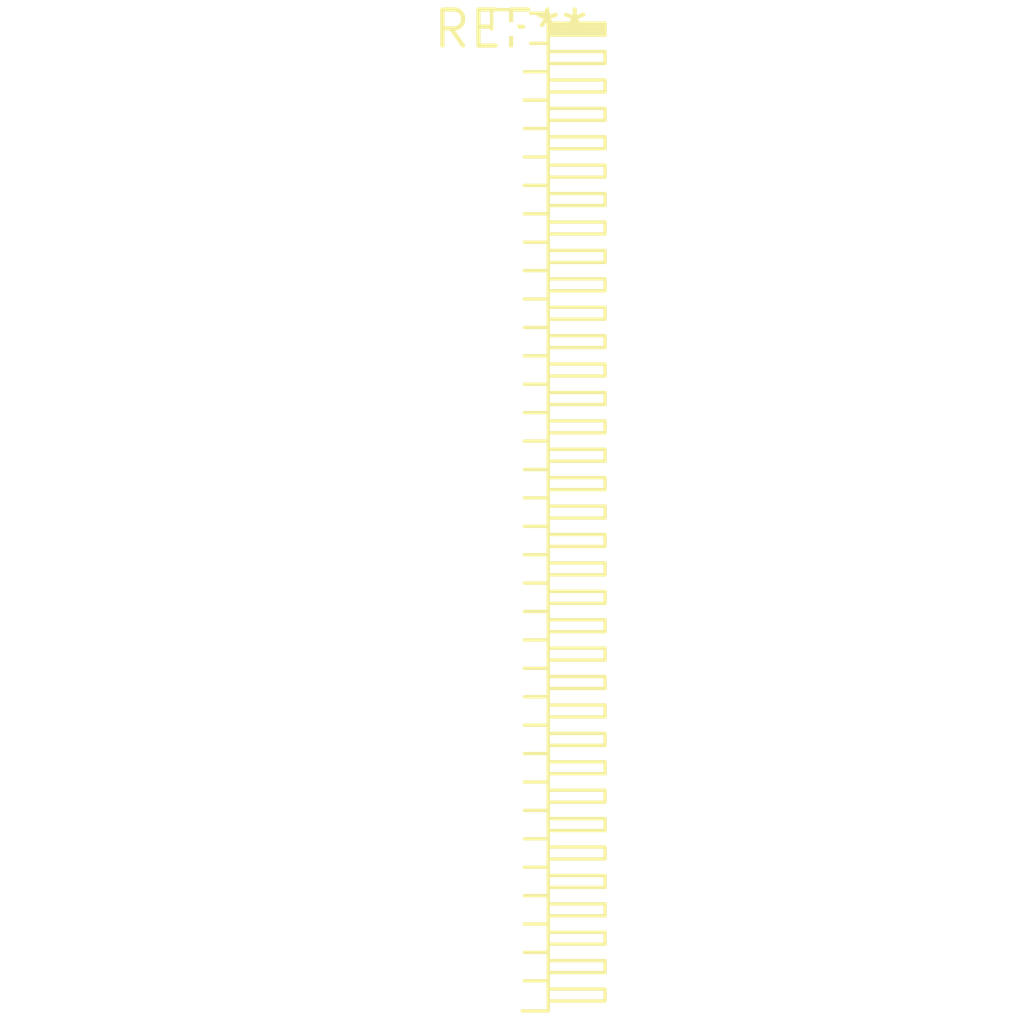
<source format=kicad_pcb>
(kicad_pcb (version 20240108) (generator pcbnew)
  (layers (0 "F.Cu" signal) (31 "B.Cu" signal) (34 "B.Paste" user) (35 "F.Paste" user) (36 "B.SilkS" user "B.Silkscreen") (37 "F.SilkS" user "F.Silkscreen") (38 "B.Mask" user) (39 "F.Mask" user) (44 "Edge.Cuts" user))
  (net 0 "")
  (footprint "PinHeader_1x35_P1.00mm_Horizontal" (layer "F.Cu") (at 0 0)
    (property "Reference" "REF**")
    (property "Value" "PinHeader_1x35_P1.00mm_Horizontal")
    (fp_line (start -0.685 -0.685) (end 0 -0.685) (layer "F.SilkS") (stroke (width 0.12)))
    (fp_line (start -0.685 0) (end -0.685 -0.685) (layer "F.SilkS") (stroke (width 0.12)))
    (fp_line (start 0.468215 1.5) (end 1.31 1.5) (layer "F.SilkS") (stroke (width 0.12)))
    (fp_line (start 0.468215 2.5) (end 1.31 2.5) (layer "F.SilkS") (stroke (width 0.12)))
    (fp_line (start 0.468215 3.5) (end 1.31 3.5) (layer "F.SilkS") (stroke (width 0.12)))
    (fp_line (start 0.468215 4.5) (end 1.31 4.5) (layer "F.SilkS") (stroke (width 0.12)))
    (fp_line (start 0.468215 5.5) (end 1.31 5.5) (layer "F.SilkS") (stroke (width 0.12)))
    (fp_line (start 0.468215 6.5) (end 1.31 6.5) (layer "F.SilkS") (stroke (width 0.12)))
    (fp_line (start 0.468215 7.5) (end 1.31 7.5) (layer "F.SilkS") (stroke (width 0.12)))
    (fp_line (start 0.468215 8.5) (end 1.31 8.5) (layer "F.SilkS") (stroke (width 0.12)))
    (fp_line (start 0.468215 9.5) (end 1.31 9.5) (layer "F.SilkS") (stroke (width 0.12)))
    (fp_line (start 0.468215 10.5) (end 1.31 10.5) (layer "F.SilkS") (stroke (width 0.12)))
    (fp_line (start 0.468215 11.5) (end 1.31 11.5) (layer "F.SilkS") (stroke (width 0.12)))
    (fp_line (start 0.468215 12.5) (end 1.31 12.5) (layer "F.SilkS") (stroke (width 0.12)))
    (fp_line (start 0.468215 13.5) (end 1.31 13.5) (layer "F.SilkS") (stroke (width 0.12)))
    (fp_line (start 0.468215 14.5) (end 1.31 14.5) (layer "F.SilkS") (stroke (width 0.12)))
    (fp_line (start 0.468215 15.5) (end 1.31 15.5) (layer "F.SilkS") (stroke (width 0.12)))
    (fp_line (start 0.468215 16.5) (end 1.31 16.5) (layer "F.SilkS") (stroke (width 0.12)))
    (fp_line (start 0.468215 17.5) (end 1.31 17.5) (layer "F.SilkS") (stroke (width 0.12)))
    (fp_line (start 0.468215 18.5) (end 1.31 18.5) (layer "F.SilkS") (stroke (width 0.12)))
    (fp_line (start 0.468215 19.5) (end 1.31 19.5) (layer "F.SilkS") (stroke (width 0.12)))
    (fp_line (start 0.468215 20.5) (end 1.31 20.5) (layer "F.SilkS") (stroke (width 0.12)))
    (fp_line (start 0.468215 21.5) (end 1.31 21.5) (layer "F.SilkS") (stroke (width 0.12)))
    (fp_line (start 0.468215 22.5) (end 1.31 22.5) (layer "F.SilkS") (stroke (width 0.12)))
    (fp_line (start 0.468215 23.5) (end 1.31 23.5) (layer "F.SilkS") (stroke (width 0.12)))
    (fp_line (start 0.468215 24.5) (end 1.31 24.5) (layer "F.SilkS") (stroke (width 0.12)))
    (fp_line (start 0.468215 25.5) (end 1.31 25.5) (layer "F.SilkS") (stroke (width 0.12)))
    (fp_line (start 0.468215 26.5) (end 1.31 26.5) (layer "F.SilkS") (stroke (width 0.12)))
    (fp_line (start 0.468215 27.5) (end 1.31 27.5) (layer "F.SilkS") (stroke (width 0.12)))
    (fp_line (start 0.468215 28.5) (end 1.31 28.5) (layer "F.SilkS") (stroke (width 0.12)))
    (fp_line (start 0.468215 29.5) (end 1.31 29.5) (layer "F.SilkS") (stroke (width 0.12)))
    (fp_line (start 0.468215 30.5) (end 1.31 30.5) (layer "F.SilkS") (stroke (width 0.12)))
    (fp_line (start 0.468215 31.5) (end 1.31 31.5) (layer "F.SilkS") (stroke (width 0.12)))
    (fp_line (start 0.468215 32.5) (end 1.31 32.5) (layer "F.SilkS") (stroke (width 0.12)))
    (fp_line (start 0.468215 33.5) (end 1.31 33.5) (layer "F.SilkS") (stroke (width 0.12)))
    (fp_line (start 0.685 -0.56) (end 1.31 -0.56) (layer "F.SilkS") (stroke (width 0.12)))
    (fp_line (start 0.685 0.5) (end 1.31 0.5) (layer "F.SilkS") (stroke (width 0.12)))
    (fp_line (start 1.31 -0.56) (end 1.31 34.56) (layer "F.SilkS") (stroke (width 0.12)))
    (fp_line (start 1.31 -0.21) (end 3.31 -0.21) (layer "F.SilkS") (stroke (width 0.12)))
    (fp_line (start 1.31 -0.15) (end 3.31 -0.15) (layer "F.SilkS") (stroke (width 0.12)))
    (fp_line (start 1.31 -0.03) (end 3.31 -0.03) (layer "F.SilkS") (stroke (width 0.12)))
    (fp_line (start 1.31 0.09) (end 3.31 0.09) (layer "F.SilkS") (stroke (width 0.12)))
    (fp_line (start 1.31 0.79) (end 3.31 0.79) (layer "F.SilkS") (stroke (width 0.12)))
    (fp_line (start 1.31 1.79) (end 3.31 1.79) (layer "F.SilkS") (stroke (width 0.12)))
    (fp_line (start 1.31 2.79) (end 3.31 2.79) (layer "F.SilkS") (stroke (width 0.12)))
    (fp_line (start 1.31 3.79) (end 3.31 3.79) (layer "F.SilkS") (stroke (width 0.12)))
    (fp_line (start 1.31 4.79) (end 3.31 4.79) (layer "F.SilkS") (stroke (width 0.12)))
    (fp_line (start 1.31 5.79) (end 3.31 5.79) (layer "F.SilkS") (stroke (width 0.12)))
    (fp_line (start 1.31 6.79) (end 3.31 6.79) (layer "F.SilkS") (stroke (width 0.12)))
    (fp_line (start 1.31 7.79) (end 3.31 7.79) (layer "F.SilkS") (stroke (width 0.12)))
    (fp_line (start 1.31 8.79) (end 3.31 8.79) (layer "F.SilkS") (stroke (width 0.12)))
    (fp_line (start 1.31 9.79) (end 3.31 9.79) (layer "F.SilkS") (stroke (width 0.12)))
    (fp_line (start 1.31 10.79) (end 3.31 10.79) (layer "F.SilkS") (stroke (width 0.12)))
    (fp_line (start 1.31 11.79) (end 3.31 11.79) (layer "F.SilkS") (stroke (width 0.12)))
    (fp_line (start 1.31 12.79) (end 3.31 12.79) (layer "F.SilkS") (stroke (width 0.12)))
    (fp_line (start 1.31 13.79) (end 3.31 13.79) (layer "F.SilkS") (stroke (width 0.12)))
    (fp_line (start 1.31 14.79) (end 3.31 14.79) (layer "F.SilkS") (stroke (width 0.12)))
    (fp_line (start 1.31 15.79) (end 3.31 15.79) (layer "F.SilkS") (stroke (width 0.12)))
    (fp_line (start 1.31 16.79) (end 3.31 16.79) (layer "F.SilkS") (stroke (width 0.12)))
    (fp_line (start 1.31 17.79) (end 3.31 17.79) (layer "F.SilkS") (stroke (width 0.12)))
    (fp_line (start 1.31 18.79) (end 3.31 18.79) (layer "F.SilkS") (stroke (width 0.12)))
    (fp_line (start 1.31 19.79) (end 3.31 19.79) (layer "F.SilkS") (stroke (width 0.12)))
    (fp_line (start 1.31 20.79) (end 3.31 20.79) (layer "F.SilkS") (stroke (width 0.12)))
    (fp_line (start 1.31 21.79) (end 3.31 21.79) (layer "F.SilkS") (stroke (width 0.12)))
    (fp_line (start 1.31 22.79) (end 3.31 22.79) (layer "F.SilkS") (stroke (width 0.12)))
    (fp_line (start 1.31 23.79) (end 3.31 23.79) (layer "F.SilkS") (stroke (width 0.12)))
    (fp_line (start 1.31 24.79) (end 3.31 24.79) (layer "F.SilkS") (stroke (width 0.12)))
    (fp_line (start 1.31 25.79) (end 3.31 25.79) (layer "F.SilkS") (stroke (width 0.12)))
    (fp_line (start 1.31 26.79) (end 3.31 26.79) (layer "F.SilkS") (stroke (width 0.12)))
    (fp_line (start 1.31 27.79) (end 3.31 27.79) (layer "F.SilkS") (stroke (width 0.12)))
    (fp_line (start 1.31 28.79) (end 3.31 28.79) (layer "F.SilkS") (stroke (width 0.12)))
    (fp_line (start 1.31 29.79) (end 3.31 29.79) (layer "F.SilkS") (stroke (width 0.12)))
    (fp_line (start 1.31 30.79) (end 3.31 30.79) (layer "F.SilkS") (stroke (width 0.12)))
    (fp_line (start 1.31 31.79) (end 3.31 31.79) (layer "F.SilkS") (stroke (width 0.12)))
    (fp_line (start 1.31 32.79) (end 3.31 32.79) (layer "F.SilkS") (stroke (width 0.12)))
    (fp_line (start 1.31 33.79) (end 3.31 33.79) (layer "F.SilkS") (stroke (width 0.12)))
    (fp_line (start 1.31 34.56) (end 0.394493 34.56) (layer "F.SilkS") (stroke (width 0.12)))
    (fp_line (start 3.31 -0.21) (end 3.31 0.21) (layer "F.SilkS") (stroke (width 0.12)))
    (fp_line (start 3.31 0.21) (end 1.31 0.21) (layer "F.SilkS") (stroke (width 0.12)))
    (fp_line (start 3.31 0.79) (end 3.31 1.21) (layer "F.SilkS") (stroke (width 0.12)))
    (fp_line (start 3.31 1.21) (end 1.31 1.21) (layer "F.SilkS") (stroke (width 0.12)))
    (fp_line (start 3.31 1.79) (end 3.31 2.21) (layer "F.SilkS") (stroke (width 0.12)))
    (fp_line (start 3.31 2.21) (end 1.31 2.21) (layer "F.SilkS") (stroke (width 0.12)))
    (fp_line (start 3.31 2.79) (end 3.31 3.21) (layer "F.SilkS") (stroke (width 0.12)))
    (fp_line (start 3.31 3.21) (end 1.31 3.21) (layer "F.SilkS") (stroke (width 0.12)))
    (fp_line (start 3.31 3.79) (end 3.31 4.21) (layer "F.SilkS") (stroke (width 0.12)))
    (fp_line (start 3.31 4.21) (end 1.31 4.21) (layer "F.SilkS") (stroke (width 0.12)))
    (fp_line (start 3.31 4.79) (end 3.31 5.21) (layer "F.SilkS") (stroke (width 0.12)))
    (fp_line (start 3.31 5.21) (end 1.31 5.21) (layer "F.SilkS") (stroke (width 0.12)))
    (fp_line (start 3.31 5.79) (end 3.31 6.21) (layer "F.SilkS") (stroke (width 0.12)))
    (fp_line (start 3.31 6.21) (end 1.31 6.21) (layer "F.SilkS") (stroke (width 0.12)))
    (fp_line (start 3.31 6.79) (end 3.31 7.21) (layer "F.SilkS") (stroke (width 0.12)))
    (fp_line (start 3.31 7.21) (end 1.31 7.21) (layer "F.SilkS") (stroke (width 0.12)))
    (fp_line (start 3.31 7.79) (end 3.31 8.21) (layer "F.SilkS") (stroke (width 0.12)))
    (fp_line (start 3.31 8.21) (end 1.31 8.21) (layer "F.SilkS") (stroke (width 0.12)))
    (fp_line (start 3.31 8.79) (end 3.31 9.21) (layer "F.SilkS") (stroke (width 0.12)))
    (fp_line (start 3.31 9.21) (end 1.31 9.21) (layer "F.SilkS") (stroke (width 0.12)))
    (fp_line (start 3.31 9.79) (end 3.31 10.21) (layer "F.SilkS") (stroke (width 0.12)))
    (fp_line (start 3.31 10.21) (end 1.31 10.21) (layer "F.SilkS") (stroke (width 0.12)))
    (fp_line (start 3.31 10.79) (end 3.31 11.21) (layer "F.SilkS") (stroke (width 0.12)))
    (fp_line (start 3.31 11.21) (end 1.31 11.21) (layer "F.SilkS") (stroke (width 0.12)))
    (fp_line (start 3.31 11.79) (end 3.31 12.21) (layer "F.SilkS") (stroke (width 0.12)))
    (fp_line (start 3.31 12.21) (end 1.31 12.21) (layer "F.SilkS") (stroke (width 0.12)))
    (fp_line (start 3.31 12.79) (end 3.31 13.21) (layer "F.SilkS") (stroke (width 0.12)))
    (fp_line (start 3.31 13.21) (end 1.31 13.21) (layer "F.SilkS") (stroke (width 0.12)))
    (fp_line (start 3.31 13.79) (end 3.31 14.21) (layer "F.SilkS") (stroke (width 0.12)))
    (fp_line (start 3.31 14.21) (end 1.31 14.21) (layer "F.SilkS") (stroke (width 0.12)))
    (fp_line (start 3.31 14.79) (end 3.31 15.21) (layer "F.SilkS") (stroke (width 0.12)))
    (fp_line (start 3.31 15.21) (end 1.31 15.21) (layer "F.SilkS") (stroke (width 0.12)))
    (fp_line (start 3.31 15.79) (end 3.31 16.21) (layer "F.SilkS") (stroke (width 0.12)))
    (fp_line (start 3.31 16.21) (end 1.31 16.21) (layer "F.SilkS") (stroke (width 0.12)))
    (fp_line (start 3.31 16.79) (end 3.31 17.21) (layer "F.SilkS") (stroke (width 0.12)))
    (fp_line (start 3.31 17.21) (end 1.31 17.21) (layer "F.SilkS") (stroke (width 0.12)))
    (fp_line (start 3.31 17.79) (end 3.31 18.21) (layer "F.SilkS") (stroke (width 0.12)))
    (fp_line (start 3.31 18.21) (end 1.31 18.21) (layer "F.SilkS") (stroke (width 0.12)))
    (fp_line (start 3.31 18.79) (end 3.31 19.21) (layer "F.SilkS") (stroke (width 0.12)))
    (fp_line (start 3.31 19.21) (end 1.31 19.21) (layer "F.SilkS") (stroke (width 0.12)))
    (fp_line (start 3.31 19.79) (end 3.31 20.21) (layer "F.SilkS") (stroke (width 0.12)))
    (fp_line (start 3.31 20.21) (end 1.31 20.21) (layer "F.SilkS") (stroke (width 0.12)))
    (fp_line (start 3.31 20.79) (end 3.31 21.21) (layer "F.SilkS") (stroke (width 0.12)))
    (fp_line (start 3.31 21.21) (end 1.31 21.21) (layer "F.SilkS") (stroke (width 0.12)))
    (fp_line (start 3.31 21.79) (end 3.31 22.21) (layer "F.SilkS") (stroke (width 0.12)))
    (fp_line (start 3.31 22.21) (end 1.31 22.21) (layer "F.SilkS") (stroke (width 0.12)))
    (fp_line (start 3.31 22.79) (end 3.31 23.21) (layer "F.SilkS") (stroke (width 0.12)))
    (fp_line (start 3.31 23.21) (end 1.31 23.21) (layer "F.SilkS") (stroke (width 0.12)))
    (fp_line (start 3.31 23.79) (end 3.31 24.21) (layer "F.SilkS") (stroke (width 0.12)))
    (fp_line (start 3.31 24.21) (end 1.31 24.21) (layer "F.SilkS") (stroke (width 0.12)))
    (fp_line (start 3.31 24.79) (end 3.31 25.21) (layer "F.SilkS") (stroke (width 0.12)))
    (fp_line (start 3.31 25.21) (end 1.31 25.21) (layer "F.SilkS") (stroke (width 0.12)))
    (fp_line (start 3.31 25.79) (end 3.31 26.21) (layer "F.SilkS") (stroke (width 0.12)))
    (fp_line (start 3.31 26.21) (end 1.31 26.21) (layer "F.SilkS") (stroke (width 0.12)))
    (fp_line (start 3.31 26.79) (end 3.31 27.21) (layer "F.SilkS") (stroke (width 0.12)))
    (fp_line (start 3.31 27.21) (end 1.31 27.21) (layer "F.SilkS") (stroke (width 0.12)))
    (fp_line (start 3.31 27.79) (end 3.31 28.21) (layer "F.SilkS") (stroke (width 0.12)))
    (fp_line (start 3.31 28.21) (end 1.31 28.21) (layer "F.SilkS") (stroke (width 0.12)))
    (fp_line (start 3.31 28.79) (end 3.31 29.21) (layer "F.SilkS") (stroke (width 0.12)))
    (fp_line (start 3.31 29.21) (end 1.31 29.21) (layer "F.SilkS") (stroke (width 0.12)))
    (fp_line (start 3.31 29.79) (end 3.31 30.21) (layer "F.SilkS") (stroke (width 0.12)))
    (fp_line (start 3.31 30.21) (end 1.31 30.21) (layer "F.SilkS") (stroke (width 0.12)))
    (fp_line (start 3.31 30.79) (end 3.31 31.21) (layer "F.SilkS") (stroke (width 0.12)))
    (fp_line (start 3.31 31.21) (end 1.31 31.21) (layer "F.SilkS") (stroke (width 0.12)))
    (fp_line (start 3.31 31.79) (end 3.31 32.21) (layer "F.SilkS") (stroke (width 0.12)))
    (fp_line (start 3.31 32.21) (end 1.31 32.21) (layer "F.SilkS") (stroke (width 0.12)))
    (fp_line (start 3.31 32.79) (end 3.31 33.21) (layer "F.SilkS") (stroke (width 0.12)))
    (fp_line (start 3.31 33.21) (end 1.31 33.21) (layer "F.SilkS") (stroke (width 0.12)))
    (fp_line (start 3.31 33.79) (end 3.31 34.21) (layer "F.SilkS") (stroke (width 0.12)))
    (fp_line (start 3.31 34.21) (end 1.31 34.21) (layer "F.SilkS") (stroke (width 0.12)))
    (pad "1" thru_hole rect (at 0 0) (size 0.85 0.85) (drill 0.5) (layers *.Cu *.Mask) (remove_unused_layers))
    (pad "2" thru_hole oval (at 0 1) (size 0.85 0.85) (drill 0.5) (layers *.Cu *.Mask) (remove_unused_layers))
    (pad "3" thru_hole oval (at 0 2) (size 0.85 0.85) (drill 0.5) (layers *.Cu *.Mask) (remove_unused_layers))
    (pad "4" thru_hole oval (at 0 3) (size 0.85 0.85) (drill 0.5) (layers *.Cu *.Mask) (remove_unused_layers))
    (pad "5" thru_hole oval (at 0 4) (size 0.85 0.85) (drill 0.5) (layers *.Cu *.Mask) (remove_unused_layers))
    (pad "6" thru_hole oval (at 0 5) (size 0.85 0.85) (drill 0.5) (layers *.Cu *.Mask) (remove_unused_layers))
    (pad "7" thru_hole oval (at 0 6) (size 0.85 0.85) (drill 0.5) (layers *.Cu *.Mask) (remove_unused_layers))
    (pad "8" thru_hole oval (at 0 7) (size 0.85 0.85) (drill 0.5) (layers *.Cu *.Mask) (remove_unused_layers))
    (pad "9" thru_hole oval (at 0 8) (size 0.85 0.85) (drill 0.5) (layers *.Cu *.Mask) (remove_unused_layers))
    (pad "10" thru_hole oval (at 0 9) (size 0.85 0.85) (drill 0.5) (layers *.Cu *.Mask) (remove_unused_layers))
    (pad "11" thru_hole oval (at 0 10) (size 0.85 0.85) (drill 0.5) (layers *.Cu *.Mask) (remove_unused_layers))
    (pad "12" thru_hole oval (at 0 11) (size 0.85 0.85) (drill 0.5) (layers *.Cu *.Mask) (remove_unused_layers))
    (pad "13" thru_hole oval (at 0 12) (size 0.85 0.85) (drill 0.5) (layers *.Cu *.Mask) (remove_unused_layers))
    (pad "14" thru_hole oval (at 0 13) (size 0.85 0.85) (drill 0.5) (layers *.Cu *.Mask) (remove_unused_layers))
    (pad "15" thru_hole oval (at 0 14) (size 0.85 0.85) (drill 0.5) (layers *.Cu *.Mask) (remove_unused_layers))
    (pad "16" thru_hole oval (at 0 15) (size 0.85 0.85) (drill 0.5) (layers *.Cu *.Mask) (remove_unused_layers))
    (pad "17" thru_hole oval (at 0 16) (size 0.85 0.85) (drill 0.5) (layers *.Cu *.Mask) (remove_unused_layers))
    (pad "18" thru_hole oval (at 0 17) (size 0.85 0.85) (drill 0.5) (layers *.Cu *.Mask) (remove_unused_layers))
    (pad "19" thru_hole oval (at 0 18) (size 0.85 0.85) (drill 0.5) (layers *.Cu *.Mask) (remove_unused_layers))
    (pad "20" thru_hole oval (at 0 19) (size 0.85 0.85) (drill 0.5) (layers *.Cu *.Mask) (remove_unused_layers))
    (pad "21" thru_hole oval (at 0 20) (size 0.85 0.85) (drill 0.5) (layers *.Cu *.Mask) (remove_unused_layers))
    (pad "22" thru_hole oval (at 0 21) (size 0.85 0.85) (drill 0.5) (layers *.Cu *.Mask) (remove_unused_layers))
    (pad "23" thru_hole oval (at 0 22) (size 0.85 0.85) (drill 0.5) (layers *.Cu *.Mask) (remove_unused_layers))
    (pad "24" thru_hole oval (at 0 23) (size 0.85 0.85) (drill 0.5) (layers *.Cu *.Mask) (remove_unused_layers))
    (pad "25" thru_hole oval (at 0 24) (size 0.85 0.85) (drill 0.5) (layers *.Cu *.Mask) (remove_unused_layers))
    (pad "26" thru_hole oval (at 0 25) (size 0.85 0.85) (drill 0.5) (layers *.Cu *.Mask) (remove_unused_layers))
    (pad "27" thru_hole oval (at 0 26) (size 0.85 0.85) (drill 0.5) (layers *.Cu *.Mask) (remove_unused_layers))
    (pad "28" thru_hole oval (at 0 27) (size 0.85 0.85) (drill 0.5) (layers *.Cu *.Mask) (remove_unused_layers))
    (pad "29" thru_hole oval (at 0 28) (size 0.85 0.85) (drill 0.5) (layers *.Cu *.Mask) (remove_unused_layers))
    (pad "30" thru_hole oval (at 0 29) (size 0.85 0.85) (drill 0.5) (layers *.Cu *.Mask) (remove_unused_layers))
    (pad "31" thru_hole oval (at 0 30) (size 0.85 0.85) (drill 0.5) (layers *.Cu *.Mask) (remove_unused_layers))
    (pad "32" thru_hole oval (at 0 31) (size 0.85 0.85) (drill 0.5) (layers *.Cu *.Mask) (remove_unused_layers))
    (pad "33" thru_hole oval (at 0 32) (size 0.85 0.85) (drill 0.5) (layers *.Cu *.Mask) (remove_unused_layers))
    (pad "34" thru_hole oval (at 0 33) (size 0.85 0.85) (drill 0.5) (layers *.Cu *.Mask) (remove_unused_layers))
    (pad "35" thru_hole oval (at 0 34) (size 0.85 0.85) (drill 0.5) (layers *.Cu *.Mask) (remove_unused_layers))
  )
)
</source>
